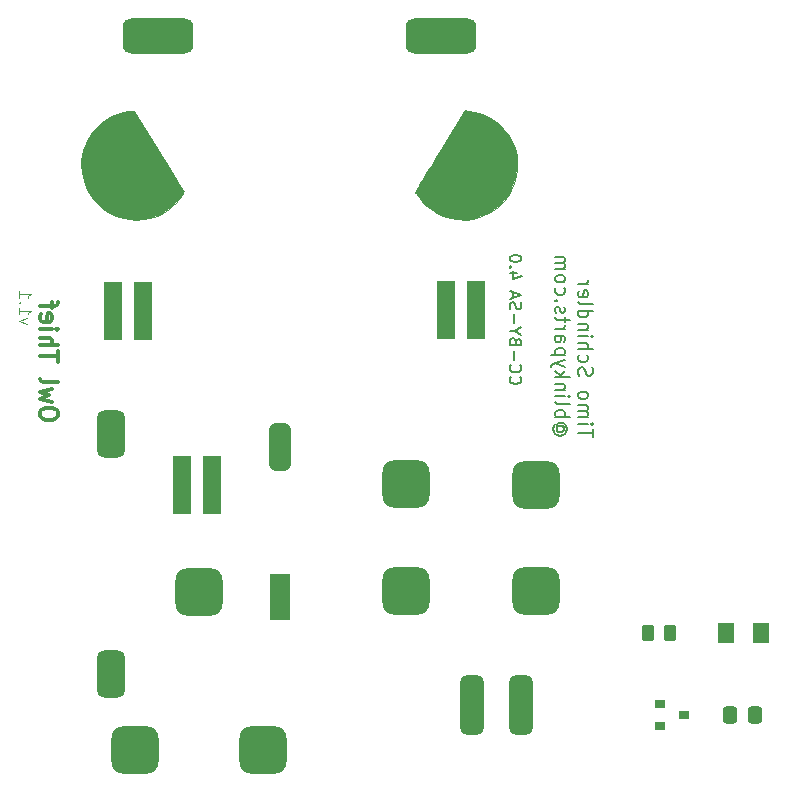
<source format=gbr>
%TF.GenerationSoftware,KiCad,Pcbnew,7.0.1*%
%TF.CreationDate,2023-04-19T21:35:14+02:00*%
%TF.ProjectId,owlThief,6f776c54-6869-4656-962e-6b696361645f,rev?*%
%TF.SameCoordinates,Original*%
%TF.FileFunction,Soldermask,Bot*%
%TF.FilePolarity,Negative*%
%FSLAX46Y46*%
G04 Gerber Fmt 4.6, Leading zero omitted, Abs format (unit mm)*
G04 Created by KiCad (PCBNEW 7.0.1) date 2023-04-19 21:35:14*
%MOMM*%
%LPD*%
G01*
G04 APERTURE LIST*
G04 Aperture macros list*
%AMRoundRect*
0 Rectangle with rounded corners*
0 $1 Rounding radius*
0 $2 $3 $4 $5 $6 $7 $8 $9 X,Y pos of 4 corners*
0 Add a 4 corners polygon primitive as box body*
4,1,4,$2,$3,$4,$5,$6,$7,$8,$9,$2,$3,0*
0 Add four circle primitives for the rounded corners*
1,1,$1+$1,$2,$3*
1,1,$1+$1,$4,$5*
1,1,$1+$1,$6,$7*
1,1,$1+$1,$8,$9*
0 Add four rect primitives between the rounded corners*
20,1,$1+$1,$2,$3,$4,$5,0*
20,1,$1+$1,$4,$5,$6,$7,0*
20,1,$1+$1,$6,$7,$8,$9,0*
20,1,$1+$1,$8,$9,$2,$3,0*%
G04 Aperture macros list end*
%ADD10C,0.150000*%
%ADD11C,0.100000*%
%ADD12C,0.300000*%
%ADD13C,0.010000*%
%ADD14R,1.524000X5.000000*%
%ADD15R,1.800000X4.000000*%
%ADD16RoundRect,0.450000X0.450000X-1.550000X0.450000X1.550000X-0.450000X1.550000X-0.450000X-1.550000X0*%
%ADD17RoundRect,1.000000X1.000000X1.000000X-1.000000X1.000000X-1.000000X-1.000000X1.000000X-1.000000X0*%
%ADD18RoundRect,1.000000X-1.000000X-1.000000X1.000000X-1.000000X1.000000X1.000000X-1.000000X1.000000X0*%
%ADD19RoundRect,0.600000X0.600000X-1.400000X0.600000X1.400000X-0.600000X1.400000X-0.600000X-1.400000X0*%
%ADD20RoundRect,0.250000X-0.337500X-0.475000X0.337500X-0.475000X0.337500X0.475000X-0.337500X0.475000X0*%
%ADD21R,0.900000X0.800000*%
%ADD22RoundRect,0.500000X-0.500000X-2.000000X0.500000X-2.000000X0.500000X2.000000X-0.500000X2.000000X0*%
%ADD23RoundRect,0.250000X-0.462500X-0.625000X0.462500X-0.625000X0.462500X0.625000X-0.462500X0.625000X0*%
%ADD24RoundRect,0.249999X-0.262501X-0.450001X0.262501X-0.450001X0.262501X0.450001X-0.262501X0.450001X0*%
%ADD25RoundRect,0.750000X-2.250000X-0.750000X2.250000X-0.750000X2.250000X0.750000X-2.250000X0.750000X0*%
G04 APERTURE END LIST*
D10*
X236766857Y-74935714D02*
X236766857Y-74250000D01*
X235566857Y-74592857D02*
X236766857Y-74592857D01*
X235566857Y-73849999D02*
X236366857Y-73849999D01*
X236766857Y-73849999D02*
X236709714Y-73907142D01*
X236709714Y-73907142D02*
X236652571Y-73849999D01*
X236652571Y-73849999D02*
X236709714Y-73792856D01*
X236709714Y-73792856D02*
X236766857Y-73849999D01*
X236766857Y-73849999D02*
X236652571Y-73849999D01*
X235566857Y-73278570D02*
X236366857Y-73278570D01*
X236252571Y-73278570D02*
X236309714Y-73221427D01*
X236309714Y-73221427D02*
X236366857Y-73107142D01*
X236366857Y-73107142D02*
X236366857Y-72935713D01*
X236366857Y-72935713D02*
X236309714Y-72821427D01*
X236309714Y-72821427D02*
X236195428Y-72764285D01*
X236195428Y-72764285D02*
X235566857Y-72764285D01*
X236195428Y-72764285D02*
X236309714Y-72707142D01*
X236309714Y-72707142D02*
X236366857Y-72592856D01*
X236366857Y-72592856D02*
X236366857Y-72421427D01*
X236366857Y-72421427D02*
X236309714Y-72307142D01*
X236309714Y-72307142D02*
X236195428Y-72249999D01*
X236195428Y-72249999D02*
X235566857Y-72249999D01*
X235566857Y-71507142D02*
X235624000Y-71621427D01*
X235624000Y-71621427D02*
X235681142Y-71678570D01*
X235681142Y-71678570D02*
X235795428Y-71735713D01*
X235795428Y-71735713D02*
X236138285Y-71735713D01*
X236138285Y-71735713D02*
X236252571Y-71678570D01*
X236252571Y-71678570D02*
X236309714Y-71621427D01*
X236309714Y-71621427D02*
X236366857Y-71507142D01*
X236366857Y-71507142D02*
X236366857Y-71335713D01*
X236366857Y-71335713D02*
X236309714Y-71221427D01*
X236309714Y-71221427D02*
X236252571Y-71164285D01*
X236252571Y-71164285D02*
X236138285Y-71107142D01*
X236138285Y-71107142D02*
X235795428Y-71107142D01*
X235795428Y-71107142D02*
X235681142Y-71164285D01*
X235681142Y-71164285D02*
X235624000Y-71221427D01*
X235624000Y-71221427D02*
X235566857Y-71335713D01*
X235566857Y-71335713D02*
X235566857Y-71507142D01*
X235624000Y-69735713D02*
X235566857Y-69564285D01*
X235566857Y-69564285D02*
X235566857Y-69278570D01*
X235566857Y-69278570D02*
X235624000Y-69164285D01*
X235624000Y-69164285D02*
X235681142Y-69107142D01*
X235681142Y-69107142D02*
X235795428Y-69049999D01*
X235795428Y-69049999D02*
X235909714Y-69049999D01*
X235909714Y-69049999D02*
X236024000Y-69107142D01*
X236024000Y-69107142D02*
X236081142Y-69164285D01*
X236081142Y-69164285D02*
X236138285Y-69278570D01*
X236138285Y-69278570D02*
X236195428Y-69507142D01*
X236195428Y-69507142D02*
X236252571Y-69621427D01*
X236252571Y-69621427D02*
X236309714Y-69678570D01*
X236309714Y-69678570D02*
X236424000Y-69735713D01*
X236424000Y-69735713D02*
X236538285Y-69735713D01*
X236538285Y-69735713D02*
X236652571Y-69678570D01*
X236652571Y-69678570D02*
X236709714Y-69621427D01*
X236709714Y-69621427D02*
X236766857Y-69507142D01*
X236766857Y-69507142D02*
X236766857Y-69221427D01*
X236766857Y-69221427D02*
X236709714Y-69049999D01*
X235624000Y-68021428D02*
X235566857Y-68135713D01*
X235566857Y-68135713D02*
X235566857Y-68364285D01*
X235566857Y-68364285D02*
X235624000Y-68478570D01*
X235624000Y-68478570D02*
X235681142Y-68535713D01*
X235681142Y-68535713D02*
X235795428Y-68592856D01*
X235795428Y-68592856D02*
X236138285Y-68592856D01*
X236138285Y-68592856D02*
X236252571Y-68535713D01*
X236252571Y-68535713D02*
X236309714Y-68478570D01*
X236309714Y-68478570D02*
X236366857Y-68364285D01*
X236366857Y-68364285D02*
X236366857Y-68135713D01*
X236366857Y-68135713D02*
X236309714Y-68021428D01*
X235566857Y-67507142D02*
X236766857Y-67507142D01*
X235566857Y-66992857D02*
X236195428Y-66992857D01*
X236195428Y-66992857D02*
X236309714Y-67049999D01*
X236309714Y-67049999D02*
X236366857Y-67164285D01*
X236366857Y-67164285D02*
X236366857Y-67335714D01*
X236366857Y-67335714D02*
X236309714Y-67449999D01*
X236309714Y-67449999D02*
X236252571Y-67507142D01*
X235566857Y-66421428D02*
X236366857Y-66421428D01*
X236766857Y-66421428D02*
X236709714Y-66478571D01*
X236709714Y-66478571D02*
X236652571Y-66421428D01*
X236652571Y-66421428D02*
X236709714Y-66364285D01*
X236709714Y-66364285D02*
X236766857Y-66421428D01*
X236766857Y-66421428D02*
X236652571Y-66421428D01*
X236366857Y-65849999D02*
X235566857Y-65849999D01*
X236252571Y-65849999D02*
X236309714Y-65792856D01*
X236309714Y-65792856D02*
X236366857Y-65678571D01*
X236366857Y-65678571D02*
X236366857Y-65507142D01*
X236366857Y-65507142D02*
X236309714Y-65392856D01*
X236309714Y-65392856D02*
X236195428Y-65335714D01*
X236195428Y-65335714D02*
X235566857Y-65335714D01*
X235566857Y-64250000D02*
X236766857Y-64250000D01*
X235624000Y-64250000D02*
X235566857Y-64364285D01*
X235566857Y-64364285D02*
X235566857Y-64592857D01*
X235566857Y-64592857D02*
X235624000Y-64707142D01*
X235624000Y-64707142D02*
X235681142Y-64764285D01*
X235681142Y-64764285D02*
X235795428Y-64821428D01*
X235795428Y-64821428D02*
X236138285Y-64821428D01*
X236138285Y-64821428D02*
X236252571Y-64764285D01*
X236252571Y-64764285D02*
X236309714Y-64707142D01*
X236309714Y-64707142D02*
X236366857Y-64592857D01*
X236366857Y-64592857D02*
X236366857Y-64364285D01*
X236366857Y-64364285D02*
X236309714Y-64250000D01*
X235566857Y-63507143D02*
X235624000Y-63621428D01*
X235624000Y-63621428D02*
X235738285Y-63678571D01*
X235738285Y-63678571D02*
X236766857Y-63678571D01*
X235624000Y-62592857D02*
X235566857Y-62707143D01*
X235566857Y-62707143D02*
X235566857Y-62935715D01*
X235566857Y-62935715D02*
X235624000Y-63050000D01*
X235624000Y-63050000D02*
X235738285Y-63107143D01*
X235738285Y-63107143D02*
X236195428Y-63107143D01*
X236195428Y-63107143D02*
X236309714Y-63050000D01*
X236309714Y-63050000D02*
X236366857Y-62935715D01*
X236366857Y-62935715D02*
X236366857Y-62707143D01*
X236366857Y-62707143D02*
X236309714Y-62592857D01*
X236309714Y-62592857D02*
X236195428Y-62535715D01*
X236195428Y-62535715D02*
X236081142Y-62535715D01*
X236081142Y-62535715D02*
X235966857Y-63107143D01*
X235566857Y-62021429D02*
X236366857Y-62021429D01*
X236138285Y-62021429D02*
X236252571Y-61964286D01*
X236252571Y-61964286D02*
X236309714Y-61907144D01*
X236309714Y-61907144D02*
X236366857Y-61792858D01*
X236366857Y-61792858D02*
X236366857Y-61678572D01*
X234194285Y-74021428D02*
X234251428Y-74078571D01*
X234251428Y-74078571D02*
X234308571Y-74192857D01*
X234308571Y-74192857D02*
X234308571Y-74307142D01*
X234308571Y-74307142D02*
X234251428Y-74421428D01*
X234251428Y-74421428D02*
X234194285Y-74478571D01*
X234194285Y-74478571D02*
X234080000Y-74535714D01*
X234080000Y-74535714D02*
X233965714Y-74535714D01*
X233965714Y-74535714D02*
X233851428Y-74478571D01*
X233851428Y-74478571D02*
X233794285Y-74421428D01*
X233794285Y-74421428D02*
X233737142Y-74307142D01*
X233737142Y-74307142D02*
X233737142Y-74192857D01*
X233737142Y-74192857D02*
X233794285Y-74078571D01*
X233794285Y-74078571D02*
X233851428Y-74021428D01*
X234308571Y-74021428D02*
X233851428Y-74021428D01*
X233851428Y-74021428D02*
X233794285Y-73964285D01*
X233794285Y-73964285D02*
X233794285Y-73907142D01*
X233794285Y-73907142D02*
X233851428Y-73792857D01*
X233851428Y-73792857D02*
X233965714Y-73735714D01*
X233965714Y-73735714D02*
X234251428Y-73735714D01*
X234251428Y-73735714D02*
X234422857Y-73850000D01*
X234422857Y-73850000D02*
X234537142Y-74021428D01*
X234537142Y-74021428D02*
X234594285Y-74250000D01*
X234594285Y-74250000D02*
X234537142Y-74478571D01*
X234537142Y-74478571D02*
X234422857Y-74650000D01*
X234422857Y-74650000D02*
X234251428Y-74764285D01*
X234251428Y-74764285D02*
X234022857Y-74821428D01*
X234022857Y-74821428D02*
X233794285Y-74764285D01*
X233794285Y-74764285D02*
X233622857Y-74650000D01*
X233622857Y-74650000D02*
X233508571Y-74478571D01*
X233508571Y-74478571D02*
X233451428Y-74250000D01*
X233451428Y-74250000D02*
X233508571Y-74021428D01*
X233508571Y-74021428D02*
X233622857Y-73850000D01*
X233622857Y-73221428D02*
X234822857Y-73221428D01*
X234365714Y-73221428D02*
X234422857Y-73107143D01*
X234422857Y-73107143D02*
X234422857Y-72878571D01*
X234422857Y-72878571D02*
X234365714Y-72764285D01*
X234365714Y-72764285D02*
X234308571Y-72707143D01*
X234308571Y-72707143D02*
X234194285Y-72650000D01*
X234194285Y-72650000D02*
X233851428Y-72650000D01*
X233851428Y-72650000D02*
X233737142Y-72707143D01*
X233737142Y-72707143D02*
X233680000Y-72764285D01*
X233680000Y-72764285D02*
X233622857Y-72878571D01*
X233622857Y-72878571D02*
X233622857Y-73107143D01*
X233622857Y-73107143D02*
X233680000Y-73221428D01*
X233622857Y-71964286D02*
X233680000Y-72078571D01*
X233680000Y-72078571D02*
X233794285Y-72135714D01*
X233794285Y-72135714D02*
X234822857Y-72135714D01*
X233622857Y-71507143D02*
X234422857Y-71507143D01*
X234822857Y-71507143D02*
X234765714Y-71564286D01*
X234765714Y-71564286D02*
X234708571Y-71507143D01*
X234708571Y-71507143D02*
X234765714Y-71450000D01*
X234765714Y-71450000D02*
X234822857Y-71507143D01*
X234822857Y-71507143D02*
X234708571Y-71507143D01*
X234422857Y-70935714D02*
X233622857Y-70935714D01*
X234308571Y-70935714D02*
X234365714Y-70878571D01*
X234365714Y-70878571D02*
X234422857Y-70764286D01*
X234422857Y-70764286D02*
X234422857Y-70592857D01*
X234422857Y-70592857D02*
X234365714Y-70478571D01*
X234365714Y-70478571D02*
X234251428Y-70421429D01*
X234251428Y-70421429D02*
X233622857Y-70421429D01*
X233622857Y-69850000D02*
X234822857Y-69850000D01*
X234080000Y-69735715D02*
X233622857Y-69392857D01*
X234422857Y-69392857D02*
X233965714Y-69850000D01*
X234422857Y-68992857D02*
X233622857Y-68707143D01*
X234422857Y-68421428D02*
X233622857Y-68707143D01*
X233622857Y-68707143D02*
X233337142Y-68821428D01*
X233337142Y-68821428D02*
X233280000Y-68878571D01*
X233280000Y-68878571D02*
X233222857Y-68992857D01*
X234422857Y-67964285D02*
X233222857Y-67964285D01*
X234365714Y-67964285D02*
X234422857Y-67850000D01*
X234422857Y-67850000D02*
X234422857Y-67621428D01*
X234422857Y-67621428D02*
X234365714Y-67507142D01*
X234365714Y-67507142D02*
X234308571Y-67450000D01*
X234308571Y-67450000D02*
X234194285Y-67392857D01*
X234194285Y-67392857D02*
X233851428Y-67392857D01*
X233851428Y-67392857D02*
X233737142Y-67450000D01*
X233737142Y-67450000D02*
X233680000Y-67507142D01*
X233680000Y-67507142D02*
X233622857Y-67621428D01*
X233622857Y-67621428D02*
X233622857Y-67850000D01*
X233622857Y-67850000D02*
X233680000Y-67964285D01*
X233622857Y-66364286D02*
X234251428Y-66364286D01*
X234251428Y-66364286D02*
X234365714Y-66421428D01*
X234365714Y-66421428D02*
X234422857Y-66535714D01*
X234422857Y-66535714D02*
X234422857Y-66764286D01*
X234422857Y-66764286D02*
X234365714Y-66878571D01*
X233680000Y-66364286D02*
X233622857Y-66478571D01*
X233622857Y-66478571D02*
X233622857Y-66764286D01*
X233622857Y-66764286D02*
X233680000Y-66878571D01*
X233680000Y-66878571D02*
X233794285Y-66935714D01*
X233794285Y-66935714D02*
X233908571Y-66935714D01*
X233908571Y-66935714D02*
X234022857Y-66878571D01*
X234022857Y-66878571D02*
X234080000Y-66764286D01*
X234080000Y-66764286D02*
X234080000Y-66478571D01*
X234080000Y-66478571D02*
X234137142Y-66364286D01*
X233622857Y-65792857D02*
X234422857Y-65792857D01*
X234194285Y-65792857D02*
X234308571Y-65735714D01*
X234308571Y-65735714D02*
X234365714Y-65678572D01*
X234365714Y-65678572D02*
X234422857Y-65564286D01*
X234422857Y-65564286D02*
X234422857Y-65450000D01*
X234422857Y-65221429D02*
X234422857Y-64764286D01*
X234822857Y-65050000D02*
X233794285Y-65050000D01*
X233794285Y-65050000D02*
X233680000Y-64992857D01*
X233680000Y-64992857D02*
X233622857Y-64878572D01*
X233622857Y-64878572D02*
X233622857Y-64764286D01*
X233680000Y-64421429D02*
X233622857Y-64307143D01*
X233622857Y-64307143D02*
X233622857Y-64078572D01*
X233622857Y-64078572D02*
X233680000Y-63964286D01*
X233680000Y-63964286D02*
X233794285Y-63907143D01*
X233794285Y-63907143D02*
X233851428Y-63907143D01*
X233851428Y-63907143D02*
X233965714Y-63964286D01*
X233965714Y-63964286D02*
X234022857Y-64078572D01*
X234022857Y-64078572D02*
X234022857Y-64250001D01*
X234022857Y-64250001D02*
X234080000Y-64364286D01*
X234080000Y-64364286D02*
X234194285Y-64421429D01*
X234194285Y-64421429D02*
X234251428Y-64421429D01*
X234251428Y-64421429D02*
X234365714Y-64364286D01*
X234365714Y-64364286D02*
X234422857Y-64250001D01*
X234422857Y-64250001D02*
X234422857Y-64078572D01*
X234422857Y-64078572D02*
X234365714Y-63964286D01*
X233737142Y-63392857D02*
X233680000Y-63335714D01*
X233680000Y-63335714D02*
X233622857Y-63392857D01*
X233622857Y-63392857D02*
X233680000Y-63450000D01*
X233680000Y-63450000D02*
X233737142Y-63392857D01*
X233737142Y-63392857D02*
X233622857Y-63392857D01*
X233680000Y-62307143D02*
X233622857Y-62421428D01*
X233622857Y-62421428D02*
X233622857Y-62650000D01*
X233622857Y-62650000D02*
X233680000Y-62764285D01*
X233680000Y-62764285D02*
X233737142Y-62821428D01*
X233737142Y-62821428D02*
X233851428Y-62878571D01*
X233851428Y-62878571D02*
X234194285Y-62878571D01*
X234194285Y-62878571D02*
X234308571Y-62821428D01*
X234308571Y-62821428D02*
X234365714Y-62764285D01*
X234365714Y-62764285D02*
X234422857Y-62650000D01*
X234422857Y-62650000D02*
X234422857Y-62421428D01*
X234422857Y-62421428D02*
X234365714Y-62307143D01*
X233622857Y-61621429D02*
X233680000Y-61735714D01*
X233680000Y-61735714D02*
X233737142Y-61792857D01*
X233737142Y-61792857D02*
X233851428Y-61850000D01*
X233851428Y-61850000D02*
X234194285Y-61850000D01*
X234194285Y-61850000D02*
X234308571Y-61792857D01*
X234308571Y-61792857D02*
X234365714Y-61735714D01*
X234365714Y-61735714D02*
X234422857Y-61621429D01*
X234422857Y-61621429D02*
X234422857Y-61450000D01*
X234422857Y-61450000D02*
X234365714Y-61335714D01*
X234365714Y-61335714D02*
X234308571Y-61278572D01*
X234308571Y-61278572D02*
X234194285Y-61221429D01*
X234194285Y-61221429D02*
X233851428Y-61221429D01*
X233851428Y-61221429D02*
X233737142Y-61278572D01*
X233737142Y-61278572D02*
X233680000Y-61335714D01*
X233680000Y-61335714D02*
X233622857Y-61450000D01*
X233622857Y-61450000D02*
X233622857Y-61621429D01*
X233622857Y-60707143D02*
X234422857Y-60707143D01*
X234308571Y-60707143D02*
X234365714Y-60650000D01*
X234365714Y-60650000D02*
X234422857Y-60535715D01*
X234422857Y-60535715D02*
X234422857Y-60364286D01*
X234422857Y-60364286D02*
X234365714Y-60250000D01*
X234365714Y-60250000D02*
X234251428Y-60192858D01*
X234251428Y-60192858D02*
X233622857Y-60192858D01*
X234251428Y-60192858D02*
X234365714Y-60135715D01*
X234365714Y-60135715D02*
X234422857Y-60021429D01*
X234422857Y-60021429D02*
X234422857Y-59850000D01*
X234422857Y-59850000D02*
X234365714Y-59735715D01*
X234365714Y-59735715D02*
X234251428Y-59678572D01*
X234251428Y-59678572D02*
X233622857Y-59678572D01*
D11*
X188904047Y-65378570D02*
X188237380Y-65140475D01*
X188237380Y-65140475D02*
X188904047Y-64902380D01*
X188237380Y-63997618D02*
X188237380Y-64569046D01*
X188237380Y-64283332D02*
X189237380Y-64283332D01*
X189237380Y-64283332D02*
X189094523Y-64378570D01*
X189094523Y-64378570D02*
X188999285Y-64473808D01*
X188999285Y-64473808D02*
X188951666Y-64569046D01*
X188332619Y-63569046D02*
X188285000Y-63521427D01*
X188285000Y-63521427D02*
X188237380Y-63569046D01*
X188237380Y-63569046D02*
X188285000Y-63616665D01*
X188285000Y-63616665D02*
X188332619Y-63569046D01*
X188332619Y-63569046D02*
X188237380Y-63569046D01*
X188237380Y-62569047D02*
X188237380Y-63140475D01*
X188237380Y-62854761D02*
X189237380Y-62854761D01*
X189237380Y-62854761D02*
X189094523Y-62949999D01*
X189094523Y-62949999D02*
X188999285Y-63045237D01*
X188999285Y-63045237D02*
X188951666Y-63140475D01*
D10*
X229832619Y-69833333D02*
X229785000Y-69880952D01*
X229785000Y-69880952D02*
X229737380Y-70023809D01*
X229737380Y-70023809D02*
X229737380Y-70119047D01*
X229737380Y-70119047D02*
X229785000Y-70261904D01*
X229785000Y-70261904D02*
X229880238Y-70357142D01*
X229880238Y-70357142D02*
X229975476Y-70404761D01*
X229975476Y-70404761D02*
X230165952Y-70452380D01*
X230165952Y-70452380D02*
X230308809Y-70452380D01*
X230308809Y-70452380D02*
X230499285Y-70404761D01*
X230499285Y-70404761D02*
X230594523Y-70357142D01*
X230594523Y-70357142D02*
X230689761Y-70261904D01*
X230689761Y-70261904D02*
X230737380Y-70119047D01*
X230737380Y-70119047D02*
X230737380Y-70023809D01*
X230737380Y-70023809D02*
X230689761Y-69880952D01*
X230689761Y-69880952D02*
X230642142Y-69833333D01*
X229832619Y-68833333D02*
X229785000Y-68880952D01*
X229785000Y-68880952D02*
X229737380Y-69023809D01*
X229737380Y-69023809D02*
X229737380Y-69119047D01*
X229737380Y-69119047D02*
X229785000Y-69261904D01*
X229785000Y-69261904D02*
X229880238Y-69357142D01*
X229880238Y-69357142D02*
X229975476Y-69404761D01*
X229975476Y-69404761D02*
X230165952Y-69452380D01*
X230165952Y-69452380D02*
X230308809Y-69452380D01*
X230308809Y-69452380D02*
X230499285Y-69404761D01*
X230499285Y-69404761D02*
X230594523Y-69357142D01*
X230594523Y-69357142D02*
X230689761Y-69261904D01*
X230689761Y-69261904D02*
X230737380Y-69119047D01*
X230737380Y-69119047D02*
X230737380Y-69023809D01*
X230737380Y-69023809D02*
X230689761Y-68880952D01*
X230689761Y-68880952D02*
X230642142Y-68833333D01*
X230118333Y-68404761D02*
X230118333Y-67642857D01*
X230261190Y-66833333D02*
X230213571Y-66690476D01*
X230213571Y-66690476D02*
X230165952Y-66642857D01*
X230165952Y-66642857D02*
X230070714Y-66595238D01*
X230070714Y-66595238D02*
X229927857Y-66595238D01*
X229927857Y-66595238D02*
X229832619Y-66642857D01*
X229832619Y-66642857D02*
X229785000Y-66690476D01*
X229785000Y-66690476D02*
X229737380Y-66785714D01*
X229737380Y-66785714D02*
X229737380Y-67166666D01*
X229737380Y-67166666D02*
X230737380Y-67166666D01*
X230737380Y-67166666D02*
X230737380Y-66833333D01*
X230737380Y-66833333D02*
X230689761Y-66738095D01*
X230689761Y-66738095D02*
X230642142Y-66690476D01*
X230642142Y-66690476D02*
X230546904Y-66642857D01*
X230546904Y-66642857D02*
X230451666Y-66642857D01*
X230451666Y-66642857D02*
X230356428Y-66690476D01*
X230356428Y-66690476D02*
X230308809Y-66738095D01*
X230308809Y-66738095D02*
X230261190Y-66833333D01*
X230261190Y-66833333D02*
X230261190Y-67166666D01*
X230213571Y-65976190D02*
X229737380Y-65976190D01*
X230737380Y-66309523D02*
X230213571Y-65976190D01*
X230213571Y-65976190D02*
X230737380Y-65642857D01*
X230118333Y-65309523D02*
X230118333Y-64547619D01*
X229785000Y-64119047D02*
X229737380Y-63976190D01*
X229737380Y-63976190D02*
X229737380Y-63738095D01*
X229737380Y-63738095D02*
X229785000Y-63642857D01*
X229785000Y-63642857D02*
X229832619Y-63595238D01*
X229832619Y-63595238D02*
X229927857Y-63547619D01*
X229927857Y-63547619D02*
X230023095Y-63547619D01*
X230023095Y-63547619D02*
X230118333Y-63595238D01*
X230118333Y-63595238D02*
X230165952Y-63642857D01*
X230165952Y-63642857D02*
X230213571Y-63738095D01*
X230213571Y-63738095D02*
X230261190Y-63928571D01*
X230261190Y-63928571D02*
X230308809Y-64023809D01*
X230308809Y-64023809D02*
X230356428Y-64071428D01*
X230356428Y-64071428D02*
X230451666Y-64119047D01*
X230451666Y-64119047D02*
X230546904Y-64119047D01*
X230546904Y-64119047D02*
X230642142Y-64071428D01*
X230642142Y-64071428D02*
X230689761Y-64023809D01*
X230689761Y-64023809D02*
X230737380Y-63928571D01*
X230737380Y-63928571D02*
X230737380Y-63690476D01*
X230737380Y-63690476D02*
X230689761Y-63547619D01*
X230023095Y-63166666D02*
X230023095Y-62690476D01*
X229737380Y-63261904D02*
X230737380Y-62928571D01*
X230737380Y-62928571D02*
X229737380Y-62595238D01*
X230404047Y-61071428D02*
X229737380Y-61071428D01*
X230785000Y-61309523D02*
X230070714Y-61547618D01*
X230070714Y-61547618D02*
X230070714Y-60928571D01*
X229832619Y-60547618D02*
X229785000Y-60499999D01*
X229785000Y-60499999D02*
X229737380Y-60547618D01*
X229737380Y-60547618D02*
X229785000Y-60595237D01*
X229785000Y-60595237D02*
X229832619Y-60547618D01*
X229832619Y-60547618D02*
X229737380Y-60547618D01*
X230737380Y-59880952D02*
X230737380Y-59785714D01*
X230737380Y-59785714D02*
X230689761Y-59690476D01*
X230689761Y-59690476D02*
X230642142Y-59642857D01*
X230642142Y-59642857D02*
X230546904Y-59595238D01*
X230546904Y-59595238D02*
X230356428Y-59547619D01*
X230356428Y-59547619D02*
X230118333Y-59547619D01*
X230118333Y-59547619D02*
X229927857Y-59595238D01*
X229927857Y-59595238D02*
X229832619Y-59642857D01*
X229832619Y-59642857D02*
X229785000Y-59690476D01*
X229785000Y-59690476D02*
X229737380Y-59785714D01*
X229737380Y-59785714D02*
X229737380Y-59880952D01*
X229737380Y-59880952D02*
X229785000Y-59976190D01*
X229785000Y-59976190D02*
X229832619Y-60023809D01*
X229832619Y-60023809D02*
X229927857Y-60071428D01*
X229927857Y-60071428D02*
X230118333Y-60119047D01*
X230118333Y-60119047D02*
X230356428Y-60119047D01*
X230356428Y-60119047D02*
X230546904Y-60071428D01*
X230546904Y-60071428D02*
X230642142Y-60023809D01*
X230642142Y-60023809D02*
X230689761Y-59976190D01*
X230689761Y-59976190D02*
X230737380Y-59880952D01*
D12*
X191506071Y-73121428D02*
X191506071Y-72835714D01*
X191506071Y-72835714D02*
X191434642Y-72692857D01*
X191434642Y-72692857D02*
X191291785Y-72550000D01*
X191291785Y-72550000D02*
X191006071Y-72478571D01*
X191006071Y-72478571D02*
X190506071Y-72478571D01*
X190506071Y-72478571D02*
X190220357Y-72550000D01*
X190220357Y-72550000D02*
X190077500Y-72692857D01*
X190077500Y-72692857D02*
X190006071Y-72835714D01*
X190006071Y-72835714D02*
X190006071Y-73121428D01*
X190006071Y-73121428D02*
X190077500Y-73264286D01*
X190077500Y-73264286D02*
X190220357Y-73407143D01*
X190220357Y-73407143D02*
X190506071Y-73478571D01*
X190506071Y-73478571D02*
X191006071Y-73478571D01*
X191006071Y-73478571D02*
X191291785Y-73407143D01*
X191291785Y-73407143D02*
X191434642Y-73264286D01*
X191434642Y-73264286D02*
X191506071Y-73121428D01*
X191006071Y-71978571D02*
X190006071Y-71692857D01*
X190006071Y-71692857D02*
X190720357Y-71407142D01*
X190720357Y-71407142D02*
X190006071Y-71121428D01*
X190006071Y-71121428D02*
X191006071Y-70835714D01*
X190006071Y-70049999D02*
X190077500Y-70192856D01*
X190077500Y-70192856D02*
X190220357Y-70264285D01*
X190220357Y-70264285D02*
X191506071Y-70264285D01*
X191506071Y-68549999D02*
X191506071Y-67692857D01*
X190006071Y-68121428D02*
X191506071Y-68121428D01*
X190006071Y-67192857D02*
X191506071Y-67192857D01*
X190006071Y-66550000D02*
X190791785Y-66550000D01*
X190791785Y-66550000D02*
X190934642Y-66621428D01*
X190934642Y-66621428D02*
X191006071Y-66764285D01*
X191006071Y-66764285D02*
X191006071Y-66978571D01*
X191006071Y-66978571D02*
X190934642Y-67121428D01*
X190934642Y-67121428D02*
X190863214Y-67192857D01*
X190006071Y-65835714D02*
X191006071Y-65835714D01*
X191506071Y-65835714D02*
X191434642Y-65907142D01*
X191434642Y-65907142D02*
X191363214Y-65835714D01*
X191363214Y-65835714D02*
X191434642Y-65764285D01*
X191434642Y-65764285D02*
X191506071Y-65835714D01*
X191506071Y-65835714D02*
X191363214Y-65835714D01*
X190077500Y-64549999D02*
X190006071Y-64692856D01*
X190006071Y-64692856D02*
X190006071Y-64978571D01*
X190006071Y-64978571D02*
X190077500Y-65121428D01*
X190077500Y-65121428D02*
X190220357Y-65192856D01*
X190220357Y-65192856D02*
X190791785Y-65192856D01*
X190791785Y-65192856D02*
X190934642Y-65121428D01*
X190934642Y-65121428D02*
X191006071Y-64978571D01*
X191006071Y-64978571D02*
X191006071Y-64692856D01*
X191006071Y-64692856D02*
X190934642Y-64549999D01*
X190934642Y-64549999D02*
X190791785Y-64478571D01*
X190791785Y-64478571D02*
X190648928Y-64478571D01*
X190648928Y-64478571D02*
X190506071Y-65192856D01*
X191006071Y-64049999D02*
X191006071Y-63478571D01*
X190006071Y-63835714D02*
X191291785Y-63835714D01*
X191291785Y-63835714D02*
X191434642Y-63764285D01*
X191434642Y-63764285D02*
X191506071Y-63621428D01*
X191506071Y-63621428D02*
X191506071Y-63478571D01*
%TO.C,Ref\u002A\u002A*%
D13*
X226242518Y-47308541D02*
X226850551Y-47410114D01*
X227433498Y-47590288D01*
X227984788Y-47845044D01*
X228497849Y-48170366D01*
X228966109Y-48562235D01*
X229382997Y-49016634D01*
X229658466Y-49396775D01*
X229962062Y-49937429D01*
X230187393Y-50502876D01*
X230334574Y-51085891D01*
X230403720Y-51679248D01*
X230394946Y-52275723D01*
X230308366Y-52868089D01*
X230144095Y-53449121D01*
X229902247Y-54011594D01*
X229582938Y-54548282D01*
X229576610Y-54557476D01*
X229197234Y-55034462D01*
X228761607Y-55452333D01*
X228277306Y-55807603D01*
X227751905Y-56096788D01*
X227192981Y-56316401D01*
X226608108Y-56462957D01*
X226004862Y-56532972D01*
X225390819Y-56522960D01*
X225318728Y-56516409D01*
X224708124Y-56413784D01*
X224114305Y-56228890D01*
X223541588Y-55963201D01*
X223315484Y-55832245D01*
X223069392Y-55660195D01*
X222799526Y-55436627D01*
X222526915Y-55181859D01*
X222272593Y-54916211D01*
X222057591Y-54660002D01*
X221955755Y-54518571D01*
X221865202Y-54390149D01*
X221790650Y-54299054D01*
X221744646Y-54260125D01*
X221738067Y-54261043D01*
X221710995Y-54264351D01*
X221710000Y-54256842D01*
X221731618Y-54216903D01*
X221794456Y-54109764D01*
X221895491Y-53940415D01*
X222031701Y-53713842D01*
X222200064Y-53435035D01*
X222397555Y-53108981D01*
X222621153Y-52740668D01*
X222867835Y-52335085D01*
X223134578Y-51897219D01*
X223418359Y-51432058D01*
X223716155Y-50944592D01*
X223833613Y-50752501D01*
X225957226Y-47280429D01*
X226242518Y-47308541D01*
G36*
X226242518Y-47308541D02*
G01*
X226850551Y-47410114D01*
X227433498Y-47590288D01*
X227984788Y-47845044D01*
X228497849Y-48170366D01*
X228966109Y-48562235D01*
X229382997Y-49016634D01*
X229658466Y-49396775D01*
X229962062Y-49937429D01*
X230187393Y-50502876D01*
X230334574Y-51085891D01*
X230403720Y-51679248D01*
X230394946Y-52275723D01*
X230308366Y-52868089D01*
X230144095Y-53449121D01*
X229902247Y-54011594D01*
X229582938Y-54548282D01*
X229576610Y-54557476D01*
X229197234Y-55034462D01*
X228761607Y-55452333D01*
X228277306Y-55807603D01*
X227751905Y-56096788D01*
X227192981Y-56316401D01*
X226608108Y-56462957D01*
X226004862Y-56532972D01*
X225390819Y-56522960D01*
X225318728Y-56516409D01*
X224708124Y-56413784D01*
X224114305Y-56228890D01*
X223541588Y-55963201D01*
X223315484Y-55832245D01*
X223069392Y-55660195D01*
X222799526Y-55436627D01*
X222526915Y-55181859D01*
X222272593Y-54916211D01*
X222057591Y-54660002D01*
X221955755Y-54518571D01*
X221865202Y-54390149D01*
X221790650Y-54299054D01*
X221744646Y-54260125D01*
X221738067Y-54261043D01*
X221710995Y-54264351D01*
X221710000Y-54256842D01*
X221731618Y-54216903D01*
X221794456Y-54109764D01*
X221895491Y-53940415D01*
X222031701Y-53713842D01*
X222200064Y-53435035D01*
X222397555Y-53108981D01*
X222621153Y-52740668D01*
X222867835Y-52335085D01*
X223134578Y-51897219D01*
X223418359Y-51432058D01*
X223716155Y-50944592D01*
X223833613Y-50752501D01*
X225957226Y-47280429D01*
X226242518Y-47308541D01*
G37*
X200044515Y-50697833D02*
X200343706Y-51186932D01*
X200630425Y-51656000D01*
X200901570Y-52099940D01*
X201154037Y-52513653D01*
X201384723Y-52892045D01*
X201590524Y-53230016D01*
X201768337Y-53522470D01*
X201915060Y-53764311D01*
X202027588Y-53950441D01*
X202102818Y-54075762D01*
X202137648Y-54135179D01*
X202139632Y-54139020D01*
X202130967Y-54216317D01*
X202069124Y-54340366D01*
X201963107Y-54500453D01*
X201821918Y-54685867D01*
X201654559Y-54885895D01*
X201470033Y-55089824D01*
X201277342Y-55286942D01*
X201085490Y-55466536D01*
X200903478Y-55617893D01*
X200885033Y-55631916D01*
X200401739Y-55944580D01*
X199870549Y-56195771D01*
X199305558Y-56381686D01*
X198720862Y-56498521D01*
X198130554Y-56542472D01*
X197606909Y-56516654D01*
X196997453Y-56407185D01*
X196415541Y-56220481D01*
X195867662Y-55961064D01*
X195360307Y-55633455D01*
X194899964Y-55242176D01*
X194493123Y-54791750D01*
X194146273Y-54286698D01*
X193986852Y-53994150D01*
X193770778Y-53490004D01*
X193609479Y-52961155D01*
X193508695Y-52430765D01*
X193474166Y-51925500D01*
X193497783Y-51538642D01*
X193563954Y-51112714D01*
X193665656Y-50677279D01*
X193795868Y-50261900D01*
X193947568Y-49896141D01*
X193964218Y-49862296D01*
X194208330Y-49442982D01*
X194512873Y-49029438D01*
X194860985Y-48640108D01*
X195235806Y-48293433D01*
X195620473Y-48007856D01*
X195711926Y-47950733D01*
X196109860Y-47740698D01*
X196539876Y-47564947D01*
X196978475Y-47430903D01*
X197402157Y-47345991D01*
X197713492Y-47318453D01*
X197972055Y-47311166D01*
X200044515Y-50697833D01*
G36*
X200044515Y-50697833D02*
G01*
X200343706Y-51186932D01*
X200630425Y-51656000D01*
X200901570Y-52099940D01*
X201154037Y-52513653D01*
X201384723Y-52892045D01*
X201590524Y-53230016D01*
X201768337Y-53522470D01*
X201915060Y-53764311D01*
X202027588Y-53950441D01*
X202102818Y-54075762D01*
X202137648Y-54135179D01*
X202139632Y-54139020D01*
X202130967Y-54216317D01*
X202069124Y-54340366D01*
X201963107Y-54500453D01*
X201821918Y-54685867D01*
X201654559Y-54885895D01*
X201470033Y-55089824D01*
X201277342Y-55286942D01*
X201085490Y-55466536D01*
X200903478Y-55617893D01*
X200885033Y-55631916D01*
X200401739Y-55944580D01*
X199870549Y-56195771D01*
X199305558Y-56381686D01*
X198720862Y-56498521D01*
X198130554Y-56542472D01*
X197606909Y-56516654D01*
X196997453Y-56407185D01*
X196415541Y-56220481D01*
X195867662Y-55961064D01*
X195360307Y-55633455D01*
X194899964Y-55242176D01*
X194493123Y-54791750D01*
X194146273Y-54286698D01*
X193986852Y-53994150D01*
X193770778Y-53490004D01*
X193609479Y-52961155D01*
X193508695Y-52430765D01*
X193474166Y-51925500D01*
X193497783Y-51538642D01*
X193563954Y-51112714D01*
X193665656Y-50677279D01*
X193795868Y-50261900D01*
X193947568Y-49896141D01*
X193964218Y-49862296D01*
X194208330Y-49442982D01*
X194512873Y-49029438D01*
X194860985Y-48640108D01*
X195235806Y-48293433D01*
X195620473Y-48007856D01*
X195711926Y-47950733D01*
X196109860Y-47740698D01*
X196539876Y-47564947D01*
X196978475Y-47430903D01*
X197402157Y-47345991D01*
X197713492Y-47318453D01*
X197972055Y-47311166D01*
X200044515Y-50697833D01*
G37*
%TD*%
D14*
%TO.C,C1*%
X202000000Y-79000000D03*
X204540000Y-79000000D03*
%TD*%
%TO.C,D1*%
X196200000Y-64250000D03*
X198740000Y-64250000D03*
%TD*%
%TO.C,D2*%
X224360000Y-64150000D03*
X226900000Y-64150000D03*
%TD*%
D15*
%TO.C,D3*%
X210300000Y-88500000D03*
D16*
X210300000Y-75800000D03*
%TD*%
D17*
%TO.C,Q1*%
X208900000Y-101400000D03*
X203430000Y-88100000D03*
X198000000Y-101400000D03*
%TD*%
D18*
%TO.C,T1*%
X221000000Y-88000000D03*
X221000000Y-78900000D03*
X232000000Y-79000000D03*
X232000000Y-88000000D03*
%TD*%
D19*
%TO.C,R1*%
X196000000Y-95000000D03*
X196000000Y-74680000D03*
%TD*%
D20*
%TO.C,C_b1*%
X248425000Y-98500000D03*
X250500000Y-98500000D03*
%TD*%
D21*
%TO.C,Q_b1*%
X242500000Y-99450000D03*
X242500000Y-97550000D03*
X244500000Y-98500000D03*
%TD*%
D22*
%TO.C,BT1*%
X230750000Y-97650000D03*
X226550000Y-97650000D03*
%TD*%
D23*
%TO.C,D_b3*%
X248025000Y-91500000D03*
X251000000Y-91500000D03*
%TD*%
D24*
%TO.C,R_b1*%
X241500000Y-91500000D03*
X243325000Y-91500000D03*
%TD*%
D25*
%TO.C,SW1*%
X199950000Y-41000000D03*
X223950000Y-41000000D03*
%TD*%
M02*

</source>
